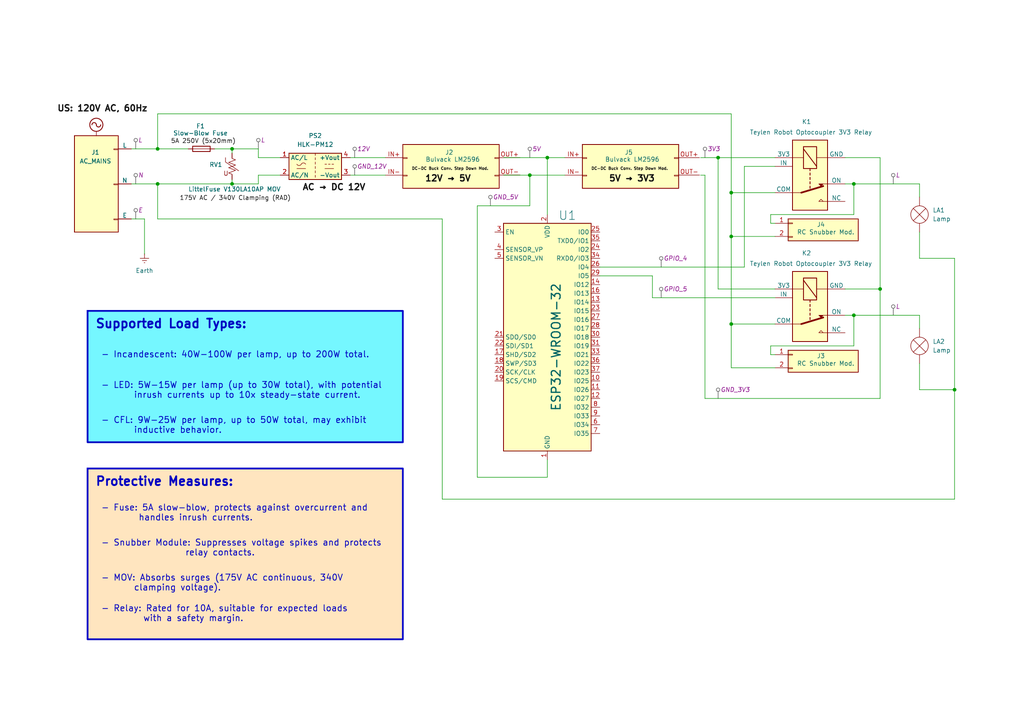
<source format=kicad_sch>
(kicad_sch (version 20231120) (generator "eeschema") (generator_version "8.0")
  (paper "A4")
  (title_block (title "ESP32 Remote Relay Circuit") (rev "0.0"))
  (lib_symbols
    (symbol "Conn_02x02_Counter_Clockwise_1" (pin_names (offset 1.016) hide)
      (property "Reference" "J2" (at 17.018 19.304 0))
      (property "Value" "Bulvack LM2596" (at 17.78 17.018 0))
      (symbol "Conn_02x02_Counter_Clockwise_1_1_1"
        (rectangle (start -1.27 13.97) (end 0 13.716) (stroke (width 0.1524)))
        (rectangle (start -1.27 19.05) (end 0 18.796) (stroke (width 0.1524)))
        (rectangle (start -1.27 22.86) (end 26.67 10.16) (stroke (width 0.254)) (fill (type background)))
        (rectangle (start 25.4 13.97) (end 26.67 13.716) (stroke (width 0.1524)))
        (rectangle (start 25.4 19.05) (end 26.67 18.796) (stroke (width 0.1524)))
        (pin power_in line (at -6.35 19.05 0) (length 5) (name "Pin_1") (number "IN+"))
        (pin power_in line (at -6.35 13.97 0) (length 5) (name "Pin_2") (number "IN-"))
        (pin power_out line (at 32.7232 19.0363 180) (length 6) (name "Pin_4") (number "OUT+"))
        (pin power_out line (at 32.7329 13.9917 180) (length 6) (name "Pin_3") (number "OUT-"))
      )
    )
    (symbol "Connector_Generic:Conn_01x02" (pin_names (offset 1.016) hide)
      (property "Reference" "J4" (at 7.0297 -0.3579 0))
      (property "Value" "RC Snubber Mod." (at 1.27 -2.54 0))
      (symbol "Conn_01x02_1_1"
        (rectangle (start -1.27 -3.81) (end 0 -4.064) (stroke (width 0.1524)))
        (rectangle (start -1.27 0.127) (end 0 -0.127) (stroke (width 0.1524)))
        (rectangle (start -1.27 1.27) (end 19.05 -5.08) (stroke (width 0.254)) (fill (type background)))
        (pin passive line (at -5.08 0 0) (length 3.81) (name "Pin_1") (number "1"))
        (pin passive line (at -5.08 -3.81 0) (length 3.81) (name "Pin_2") (number "2"))
      )
    )
    (symbol "Connector_Generic:Conn_01x03" (pin_numbers hide) (pin_names (offset 0))
      (property "Reference" "J1" (at -6.604 -1.016 0))
      (property "Value" "AC_MAINS" (at -6.604 -3.556 0))
      (symbol "Conn_01x03_1_1"
        (rectangle (start -12.7 3.81) (end 0 -24.13) (stroke (width 0.254)) (fill (type background)))
        (rectangle (start -1.27 -20.32) (end 0 -20.574) (stroke (width 0.1524)))
        (rectangle (start -1.27 -10.16) (end 0 -10.414) (stroke (width 0.1524)))
        (rectangle (start -1.27 0) (end 0 -0.254) (stroke (width 0.1524)))
        (pin power_in line (at 3.81 0 180) (length 3.81) (name "L") (number "1"))
        (pin power_in line (at 3.81 -10.16 180) (length 3.81) (name "N") (number "2"))
        (pin passive line (at 3.81 -20.32 180) (length 3.81) (name "E") (number "3"))
      )
    )
    (symbol "Converter_ACDC:HLK-PM12"
      (property "Reference" "PS" (at 0 5.08 0))
      (property "Value" "HLK-PM12" (at 0 -5.08 0))
      (symbol "HLK-PM12_0_1"
        (rectangle (start -7.62 3.81) (end 7.62 -3.81) (stroke (width 0.254)) (fill (type background)))
        (arc (start -5.334 0.635) (mid -4.699 0.2495) (end -4.064 0.635))
        (arc (start -2.794 0.635) (mid -3.429 1.0072) (end -4.064 0.635))
        (polyline (pts (xy -5.334 -0.635) (xy -2.794 -0.635)))
        (polyline (pts (xy 0 -2.54) (xy 0 -3.175)))
        (polyline (pts (xy 0 -1.27) (xy 0 -1.905)))
        (polyline (pts (xy 0 0) (xy 0 -0.635)))
        (polyline (pts (xy 0 1.27) (xy 0 0.635)))
        (polyline (pts (xy 0 2.54) (xy 0 1.905)))
        (polyline (pts (xy 0 3.81) (xy 0 3.175)))
        (polyline (pts (xy 2.794 -0.635) (xy 5.334 -0.635)))
        (polyline (pts (xy 2.794 0.635) (xy 3.302 0.635)))
        (polyline (pts (xy 3.81 0.635) (xy 4.318 0.635)))
        (polyline (pts (xy 4.826 0.635) (xy 5.334 0.635)))
      )
      (symbol "HLK-PM12_1_1"
        (pin power_in line (at -10.16 2.54 0) (length 2.54) (name "AC/L") (number "1"))
        (pin power_in line (at -10.16 -2.54 0) (length 2.54) (name "AC/N") (number "2"))
        (pin power_out line (at 10.16 -2.54 180) (length 2.54) (name "-Vout") (number "3"))
        (pin power_out line (at 10.16 2.54 180) (length 2.54) (name "+Vout") (number "4"))
      )
    )
    (symbol "Device:Fuse" (pin_numbers hide) (pin_names (offset 0))
      (property "Reference" "F" (at 2.032 0 90))
      (property "Value" "Fuse" (at -1.905 0 90))
      (symbol "Fuse_0_1"
        (rectangle (start -0.762 -2.54) (end 0.762 2.54) (stroke (width 0.254)))
        (polyline (pts (xy 0 2.54) (xy 0 -2.54)))
      )
      (symbol "Fuse_1_1"
        (pin passive line (at 0 3.81 270) (length 1.27) (name "~") (number "1"))
        (pin passive line (at 0 -3.81 90) (length 1.27) (name "~") (number "2"))
      )
    )
    (symbol "Device:Lamp" (pin_numbers hide) (pin_names (offset 0.0254) hide)
      (property "Reference" "LA" (at 0.635 3.81 0))
      (property "Value" "Lamp" (at 0.635 -3.81 0))
      (symbol "Lamp_0_1"
        (polyline (pts (xy -1.778 1.778) (xy 1.778 -1.778)))
        (polyline (pts (xy 1.778 1.778) (xy -1.778 -1.778)))
        (circle (center 0 0) (radius 2.54))
      )
      (symbol "Lamp_1_1"
        (pin passive line (at 0 -5.08 90) (length 2.54) (name "-") (number "1"))
        (pin passive line (at 0 5.08 270) (length 2.54) (name "+") (number "2"))
      )
    )
    (symbol "Device:Varistor_US" (pin_numbers hide) (pin_names (offset 0))
      (property "Reference" "RV" (at 3.175 0 90))
      (property "Value" "Varistor_US" (at -3.175 0 90))
      (symbol "Varistor_US_0_0"
        (text "U" (at -1.778 -2.032 0) (effects (font (size 1.27 1.27))))
      )
      (symbol "Varistor_US_0_1"
        (polyline (pts (xy 0 -2.286) (xy 0 -2.54)))
        (polyline (pts (xy 0 2.286) (xy 0 2.54)))
        (polyline (pts (xy -1.905 2.54) (xy -1.905 1.27) (xy 1.905 -1.27)))
        (polyline (pts (xy 0 -0.762) (xy 1.016 -1.143) (xy 0 -1.524) (xy -1.016 -1.905) (xy 0 -2.286)))
        (polyline (pts (xy 0 0.762) (xy 1.016 0.381) (xy 0 0) (xy -1.016 -0.381) (xy 0 -0.762)))
        (polyline (pts (xy 0 2.286) (xy 1.016 1.905) (xy 0 1.524) (xy -1.016 1.143) (xy 0 0.762)))
      )
      (symbol "Varistor_US_1_1"
        (pin passive line (at 0 3.81 270) (length 1.27) (name "~") (number "1"))
        (pin passive line (at 0 -3.81 90) (length 1.27) (name "~") (number "2"))
      )
    )
    (symbol "RF_Module:ESP32-WROOM-32"
      (property "Reference" "U" (at -12.7 34.29 0))
      (property "Value" "ESP32-WROOM-32" (at 1.27 34.29 0))
      (symbol "ESP32-WROOM-32_0_1"
        (rectangle (start -12.7 33.02) (end 12.7 -33.02) (stroke (width 0.254)) (fill (type background)))
      )
      (symbol "ESP32-WROOM-32_1_1"
        (pin power_in line (at 0 -35.56 90) (length 2.54) (name "GND") (number "1"))
        (pin bidirectional line (at 15.24 -12.7 180) (length 2.54) (name "IO25") (number "10"))
        (pin bidirectional line (at 15.24 -15.24 180) (length 2.54) (name "IO26") (number "11"))
        (pin bidirectional line (at 15.24 -17.78 180) (length 2.54) (name "IO27") (number "12"))
        (pin bidirectional line (at 15.24 10.16 180) (length 2.54) (name "IO14") (number "13"))
        (pin bidirectional line (at 15.24 15.24 180) (length 2.54) (name "IO12") (number "14"))
        (pin passive line (at 0 -35.56 90) (length 2.54) hide (name "GND") (number "15"))
        (pin bidirectional line (at 15.24 12.7 180) (length 2.54) (name "IO13") (number "16"))
        (pin bidirectional line (at -15.24 -5.08 0) (length 2.54) (name "SHD/SD2") (number "17"))
        (pin bidirectional line (at -15.24 -7.62 0) (length 2.54) (name "SWP/SD3") (number "18"))
        (pin bidirectional line (at -15.24 -12.7 0) (length 2.54) (name "SCS/CMD") (number "19"))
        (pin power_in line (at 0 35.56 270) (length 2.54) (name "VDD") (number "2"))
        (pin bidirectional line (at -15.24 -10.16 0) (length 2.54) (name "SCK/CLK") (number "20"))
        (pin bidirectional line (at -15.24 0 0) (length 2.54) (name "SDO/SD0") (number "21"))
        (pin bidirectional line (at -15.24 -2.54 0) (length 2.54) (name "SDI/SD1") (number "22"))
        (pin bidirectional line (at 15.24 7.62 180) (length 2.54) (name "IO15") (number "23"))
        (pin bidirectional line (at 15.24 25.4 180) (length 2.54) (name "IO2") (number "24"))
        (pin bidirectional line (at 15.24 30.48 180) (length 2.54) (name "IO0") (number "25"))
        (pin bidirectional line (at 15.24 20.32 180) (length 2.54) (name "IO4") (number "26"))
        (pin bidirectional line (at 15.24 5.08 180) (length 2.54) (name "IO16") (number "27"))
        (pin bidirectional line (at 15.24 2.54 180) (length 2.54) (name "IO17") (number "28"))
        (pin bidirectional line (at 15.24 17.78 180) (length 2.54) (name "IO5") (number "29"))
        (pin input line (at -15.24 30.48 0) (length 2.54) (name "EN") (number "3"))
        (pin bidirectional line (at 15.24 0 180) (length 2.54) (name "IO18") (number "30"))
        (pin bidirectional line (at 15.24 -2.54 180) (length 2.54) (name "IO19") (number "31"))
        (pin no_connect line (at -12.7 -27.94 0) (length 2.54) hide (name "NC") (number "32"))
        (pin bidirectional line (at 15.24 -5.08 180) (length 2.54) (name "IO21") (number "33"))
        (pin bidirectional line (at 15.24 22.86 180) (length 2.54) (name "RXD0/IO3") (number "34"))
        (pin bidirectional line (at 15.24 27.94 180) (length 2.54) (name "TXD0/IO1") (number "35"))
        (pin bidirectional line (at 15.24 -7.62 180) (length 2.54) (name "IO22") (number "36"))
        (pin bidirectional line (at 15.24 -10.16 180) (length 2.54) (name "IO23") (number "37"))
        (pin passive line (at 0 -35.56 90) (length 2.54) hide (name "GND") (number "38"))
        (pin passive line (at 0 -35.56 90) (length 2.54) hide (name "GND") (number "39"))
        (pin input line (at -15.24 25.4 0) (length 2.54) (name "SENSOR_VP") (number "4"))
        (pin input line (at -15.24 22.86 0) (length 2.54) (name "SENSOR_VN") (number "5"))
        (pin input line (at 15.24 -25.4 180) (length 2.54) (name "IO34") (number "6"))
        (pin input line (at 15.24 -27.94 180) (length 2.54) (name "IO35") (number "7"))
        (pin bidirectional line (at 15.24 -20.32 180) (length 2.54) (name "IO32") (number "8"))
        (pin bidirectional line (at 15.24 -22.86 180) (length 2.54) (name "IO33") (number "9"))
      )
    )
    (symbol "Relay:SILxx-1Cxx-51x" (pin_numbers hide) (pin_names (offset 0))
      (property "Reference" "K1" (at 2.54 -11.43 0))
      (property "Value" "Teylen Robot Optocoupler 3V3 Relay" (at 2.286 15.494 0))
      (symbol "SILxx-1Cxx-51x_0_0"
        (polyline (pts (xy 7.62 -3.81) (xy 5.08 -3.81) (xy 5.715 -3.175) (xy 6.35 -3.81)))
      )
      (symbol "SILxx-1Cxx-51x_0_1"
        (polyline (pts (xy -2.54 8.89) (xy 0.635 8.89)))
        (polyline (pts (xy 0 -1.27) (xy -2.54 -1.27)))
        (polyline (pts (xy 0 -1.27) (xy 6.35 0.635)) (stroke (width 0.508)))
        (polyline (pts (xy 0.635 11.43) (xy 4.445 6.35)) (stroke (width 0.254)))
        (polyline (pts (xy 2.54 0.635) (xy 2.54 0)) (stroke (width 0.254)))
        (polyline (pts (xy 2.54 1.905) (xy 2.54 1.27)) (stroke (width 0.254)))
        (polyline (pts (xy 2.54 3.175) (xy 2.54 2.54)) (stroke (width 0.254)))
        (polyline (pts (xy 2.54 4.445) (xy 2.54 3.81)) (stroke (width 0.254)))
        (polyline (pts (xy 2.54 5.715) (xy 2.54 5.08)) (stroke (width 0.254)))
        (polyline (pts (xy 7.62 8.89) (xy 4.445 8.89)))
        (polyline (pts (xy 7.62 1.27) (xy 5.08 1.27) (xy 5.715 0.635) (xy 6.35 1.27)) (fill (type outline)))
        (rectangle (start 4.445 12.065) (end 0.635 5.715) (stroke (width 0.254)))
        (rectangle (start 7.62 13.97) (end -2.54 -6.35) (stroke (width 0.254)) (fill (type background)))
      )
      (symbol "SILxx-1Cxx-51x_1_0"
        (pin input line (at -7.62 6.35 0) (length 5) (name "IN") (number "4"))
      )
      (symbol "SILxx-1Cxx-51x_1_1"
        (pin power_out line (at 12.7 -3.81 180) (length 5) (name "NC") (number "1"))
        (pin power_out line (at 12.7 1.27 180) (length 5) (name "ON") (number "2"))
        (pin power_in line (at -7.62 8.89 0) (length 5) (name "3V3") (number "3"))
        (pin power_out line (at 12.7 8.89 180) (length 5) (name "GND") (number "5"))
        (pin power_in line (at -7.62 -1.27 0) (length 5) (name "COM") (number "7"))
      )
    )
    (symbol "power:AC" (power) (pin_numbers hide) (pin_names (offset 0) hide)
      (property "Value" "AC" (at 0 6.35 0))
      (symbol "AC_0_1"
        (polyline (pts (xy 0 0) (xy 0 1.27)))
        (arc (start 0 3.175) (mid -0.635 3.8073) (end -1.27 3.175) (stroke (width 0.254)))
        (arc (start 0 3.175) (mid 0.635 2.5427) (end 1.27 3.175) (stroke (width 0.254)))
        (circle (center 0 3.175) (radius 1.905) (stroke (width 0.254)))
      )
      (symbol "AC_1_1"
        (pin power_in line (at 0 0 90) (length 0) (name "~") (number "1"))
      )
    )
    (symbol "power:Earth" (power) (pin_numbers hide) (pin_names (offset 0) hide)
      (property "Value" "Earth" (at 0 -3.81 0))
      (symbol "Earth_0_1"
        (polyline (pts (xy -0.635 -1.905) (xy 0.635 -1.905)))
        (polyline (pts (xy -0.127 -2.54) (xy 0.127 -2.54)))
        (polyline (pts (xy 0 -1.27) (xy 0 0)))
        (polyline (pts (xy 1.27 -1.27) (xy -1.27 -1.27)))
      )
      (symbol "Earth_1_1"
        (pin power_in line (at 0 0 270) (length 0) (name "~") (number "1"))
      )
    )
  )
  (junction (at 208.28 45.72))
  (junction (at 212.09 55.88))
  (junction (at 212.09 93.98))
  (junction (at 212.09 68.58))
  (junction (at 45.72 53.34))
  (junction (at 67.31 43.18))
  (junction (at 45.72 43.18))
  (junction (at 247.65 53.34))
  (junction (at 247.65 91.44))
  (junction (at 153.67 50.8))
  (junction (at 67.31 53.34))
  (junction (at 255.27 83.82))
  (junction (at 276.86 113.03))
  (junction (at 158.75 45.72))
  (wire (pts (xy 128.27 63.5) (xy 45.72 63.5)))
  (wire (pts (xy 45.72 53.34) (xy 67.31 53.34)))
  (wire (pts (xy 67.31 43.18) (xy 67.31 44.45)))
  (wire (pts (xy 223.52 62.23) (xy 223.52 64.77)))
  (wire (pts (xy 266.7 91.44) (xy 266.7 95.25)))
  (wire (pts (xy 74.93 45.72) (xy 81.28 45.72)))
  (wire (pts (xy 247.65 53.34) (xy 247.65 62.23)))
  (wire (pts (xy 212.09 93.98) (xy 224.79 93.98)))
  (wire (pts (xy 153.67 50.8) (xy 163.83 50.8)))
  (wire (pts (xy 45.72 43.18) (xy 54.61 43.18)))
  (wire (pts (xy 62.23 43.18) (xy 67.31 43.18)))
  (wire (pts (xy 74.93 45.72) (xy 74.93 43.18)))
  (wire (pts (xy 247.65 91.44) (xy 247.65 100.33)))
  (wire (pts (xy 266.7 113.03) (xy 266.7 105.41)))
  (wire (pts (xy 212.09 68.58) (xy 212.09 93.98)))
  (wire (pts (xy 223.52 102.87) (xy 224.79 102.87)))
  (wire (pts (xy 223.52 100.33) (xy 223.52 102.87)))
  (wire (pts (xy 245.11 45.72) (xy 255.27 45.72)))
  (wire (pts (xy 224.79 106.68) (xy 212.09 106.68)))
  (wire (pts (xy 247.65 53.34) (xy 266.7 53.34)))
  (wire (pts (xy 45.72 63.5) (xy 45.72 53.34)))
  (wire (pts (xy 276.86 74.93) (xy 276.86 113.03)))
  (wire (pts (xy 101.6 45.72) (xy 111.76 45.72)))
  (wire (pts (xy 74.93 50.8) (xy 74.93 53.34)))
  (wire (pts (xy 224.79 83.82) (xy 208.28 83.82)))
  (wire (pts (xy 158.75 133.35) (xy 158.75 138.43)))
  (wire (pts (xy 212.09 55.88) (xy 224.79 55.88)))
  (wire (pts (xy 223.52 62.23) (xy 247.65 62.23)))
  (wire (pts (xy 245.11 91.44) (xy 247.65 91.44)))
  (wire (pts (xy 208.28 83.82) (xy 208.28 45.72)))
  (wire (pts (xy 204.47 115.57) (xy 255.27 115.57)))
  (wire (pts (xy 276.86 113.03) (xy 276.86 144.78)))
  (wire (pts (xy 203.2 50.8) (xy 204.47 50.8)))
  (wire (pts (xy 212.09 68.58) (xy 224.79 68.58)))
  (wire (pts (xy 212.09 55.88) (xy 212.09 68.58)))
  (wire (pts (xy 38.1 53.34) (xy 45.72 53.34)))
  (wire (pts (xy 67.31 53.34) (xy 74.93 53.34)))
  (wire (pts (xy 215.9 48.26) (xy 224.79 48.26)))
  (wire (pts (xy 138.43 59.69) (xy 153.67 59.69)))
  (wire (pts (xy 146.05 50.8) (xy 153.67 50.8)))
  (wire (pts (xy 189.23 80.01) (xy 173.99 80.01)))
  (wire (pts (xy 189.23 86.36) (xy 189.23 80.01)))
  (wire (pts (xy 74.93 50.8) (xy 81.28 50.8)))
  (wire (pts (xy 67.31 43.18) (xy 74.93 43.18)))
  (wire (pts (xy 247.65 91.44) (xy 266.7 91.44)))
  (wire (pts (xy 215.9 77.47) (xy 215.9 48.26)))
  (wire (pts (xy 266.7 113.03) (xy 276.86 113.03)))
  (wire (pts (xy 245.11 53.34) (xy 247.65 53.34)))
  (wire (pts (xy 266.7 53.34) (xy 266.7 57.15)))
  (wire (pts (xy 245.11 83.82) (xy 255.27 83.82)))
  (wire (pts (xy 67.31 52.07) (xy 67.31 53.34)))
  (wire (pts (xy 204.47 50.8) (xy 204.47 115.57)))
  (wire (pts (xy 38.1 43.18) (xy 45.72 43.18)))
  (wire (pts (xy 276.86 74.93) (xy 266.7 74.93)))
  (wire (pts (xy 208.28 45.72) (xy 224.79 45.72)))
  (wire (pts (xy 255.27 83.82) (xy 255.27 45.72)))
  (wire (pts (xy 255.27 115.57) (xy 255.27 83.82)))
  (wire (pts (xy 266.7 74.93) (xy 266.7 67.31)))
  (wire (pts (xy 128.27 144.78) (xy 276.86 144.78)))
  (wire (pts (xy 212.09 33.02) (xy 212.09 55.88)))
  (wire (pts (xy 128.27 63.5) (xy 128.27 144.78)))
  (wire (pts (xy 224.79 86.36) (xy 189.23 86.36)))
  (wire (pts (xy 223.52 100.33) (xy 247.65 100.33)))
  (wire (pts (xy 158.75 138.43) (xy 138.43 138.43)))
  (wire (pts (xy 203.2 45.72) (xy 208.28 45.72)))
  (wire (pts (xy 101.6 50.8) (xy 111.76 50.8)))
  (wire (pts (xy 158.75 45.72) (xy 163.83 45.72)))
  (wire (pts (xy 45.72 33.02) (xy 45.72 43.18)))
  (wire (pts (xy 146.05 45.72) (xy 158.75 45.72)))
  (wire (pts (xy 38.1 63.5) (xy 41.91 63.5)))
  (wire (pts (xy 138.43 138.43) (xy 138.43 59.69)))
  (wire (pts (xy 223.52 64.77) (xy 224.79 64.77)))
  (wire (pts (xy 212.09 33.02) (xy 45.72 33.02)))
  (wire (pts (xy 153.67 59.69) (xy 153.67 50.8)))
  (wire (pts (xy 173.99 77.47) (xy 215.9 77.47)))
  (wire (pts (xy 41.91 63.5) (xy 41.91 73.66)))
  (wire (pts (xy 212.09 106.68) (xy 212.09 93.98)))
  (wire (pts (xy 158.75 45.72) (xy 158.75 62.23)))
  (text_box "- Incandescent: 40W-100W per lamp, up to 200W total." (at 27.94 100.33 0) (size 88.9 22.86) (stroke (width -0.0001)) (effects (font (size 1.778 1.778) (thickness 0.2223)) (justify left top)))
  (text_box "- Relay: Rated for 10A, suitable for expected loads \n         with a safety margin." (at 27.94 173.99 0) (size 88.9 7.62) (stroke (width -0.0001)) (effects (font (size 1.778 1.778) (thickness 0.2223)) (justify left top)))
  (text_box "- Fuse: 5A slow-blow, protects against overcurrent and \n        handles inrush currents.\n" (at 27.94 144.78 0) (size 88.9 22.86) (stroke (width -0.0001)) (effects (font (size 1.778 1.778) (thickness 0.2223)) (justify left top)))
  (text_box "Supported Load Types:" (at 25.4 90.17 0) (size 91.44 38.1) (stroke (width 0.508)) (fill (type color) (color 117 247 255 1)) (effects (font (size 2.54 2.54) (thickness 0.508) (bold yes)) (justify left top)))
  (text_box "- LED: 5W-15W per lamp (up to 30W total), with potential \n       inrush currents up to 10x steady-state current." (at 27.94 109.22 0) (size 88.9 22.86) (stroke (width -0.0001)) (effects (font (size 1.778 1.778) (thickness 0.2223)) (justify left top)))
  (text_box "- MOV: Absorbs surges (175V AC continuous, 340V \n       clamping voltage)." (at 27.94 165.1 0) (size 88.9 7.62) (stroke (width -0.0001)) (effects (font (size 1.778 1.778) (thickness 0.2223)) (justify left top)))
  (text_box "- Snubber Module: Suppresses voltage spikes and protects \n                  relay contacts.\n" (at 27.94 154.94 0) (size 88.9 22.86) (stroke (width -0.0001)) (effects (font (size 1.778 1.778) (thickness 0.2223)) (justify left top)))
  (text_box "Protective Measures:\n\n" (at 25.4 135.89 0) (size 91.44 49.53) (stroke (width 0.508)) (fill (type color) (color 255 229 191 1)) (effects (font (size 2.54 2.54) (thickness 0.508) (bold yes)) (justify left top)))
  (text_box "- CFL: 9W-25W per lamp, up to 50W total, may exhibit \n       inductive behavior." (at 27.94 119.38 0) (size 88.9 7.62) (stroke (width -0.0001)) (effects (font (size 1.778 1.778) (thickness 0.2223)) (justify left top)))
  (label "AC → DC 12V" (at 87.63 55.88 0) (effects (font (size 1.778 1.778) (thickness 0.3556) (bold yes))))
  (label "175V AC {slash} 340V Clamping (RAD)" (at 52.07 58.42 0))
  (label "US: 120V AC, 60Hz" (at 16.51 33.02 0) (effects (font (size 1.778 1.778) (thickness 0.3556) (bold yes))))
  (label "DC-DC Buck Conv. Step Down Mod." (at 119.38 49.53 0) (effects (font (size 0.8128 0.8128))))
  (label "DC-DC Buck Conv. Step Down Mod." (at 171.45 49.53 0) (effects (font (size 0.8128 0.8128))))
  (label "12V → 5V" (at 123.19 53.34 0) (effects (font (size 1.778 1.778) (thickness 0.3556) (bold yes))))
  (label "5V → 3V3" (at 176.53 53.34 0) (effects (font (size 1.778 1.778) (thickness 0.3556) (bold yes))))
  (label "5A 250V (5x20mm)" (at 49.53 41.91 0))
  (netclass_flag "" (length 2.54) (shape round) (at 204.47 45.72 0) (property "Netclass" "3V3" (at 205.1685 43.18 0) (effects (font (italic yes)) (justify left))))
  (netclass_flag "" (length 2.54) (shape round) (at 191.77 86.36 0) (property "Netclass" "GPIO_5" (at 192.4685 83.82 0) (effects (font (italic yes)) (justify left))))
  (netclass_flag "" (length 2.54) (shape round) (at 39.37 53.34 0) (property "Netclass" "N" (at 40.0685 50.8 0) (effects (font (italic yes)) (justify left))))
  (netclass_flag "" (length 2.54) (shape round) (at 259.08 91.44 0) (property "Netclass" "L" (at 259.7785 88.9 0) (effects (font (italic yes)) (justify left))))
  (netclass_flag "" (length 2.54) (shape round) (at 191.77 77.47 0) (property "Netclass" "GPIO_4" (at 192.4685 74.93 0) (effects (font (italic yes)) (justify left))))
  (netclass_flag "" (length 2.54) (shape round) (at 153.67 45.72 0) (property "Netclass" "5V" (at 154.3685 43.18 0) (effects (font (italic yes)) (justify left))))
  (netclass_flag "" (length 2.54) (shape round) (at 259.08 53.34 0) (property "Netclass" "L" (at 259.7785 50.8 0) (effects (font (italic yes)) (justify left))))
  (netclass_flag "" (length 2.54) (shape round) (at 208.28 115.57 0) (property "Netclass" "GND_3V3" (at 208.9785 113.03 0) (effects (font (italic yes)) (justify left))))
  (netclass_flag "" (length 2.54) (shape round) (at 142.24 59.69 0) (property "Netclass" "GND_5V" (at 142.9385 57.15 0) (effects (font (italic yes)) (justify left))))
  (netclass_flag "" (length 2.54) (shape round) (at 74.93 43.18 0) (property "Netclass" "L" (at 75.6285 40.64 0) (effects (font (italic yes)) (justify left))))
  (netclass_flag "" (length 2.54) (shape round) (at 39.37 63.5 0) (property "Netclass" "E" (at 40.0685 60.96 0) (effects (font (italic yes)) (justify left))))
  (netclass_flag "" (length 2.54) (shape round) (at 102.87 45.72 0) (property "Netclass" "12V" (at 103.5685 43.18 0) (effects (font (italic yes)) (justify left))))
  (netclass_flag "" (length 2.54) (shape round) (at 39.37 43.18 0) (property "Netclass" "L" (at 40.0685 40.64 0) (effects (font (italic yes)) (justify left))))
  (netclass_flag "" (length 2.54) (shape round) (at 102.87 50.8 0) (property "Netclass" "GND_12V" (at 103.5685 48.26 0) (effects (font (italic yes)) (justify left))))
  (symbol (lib_id "Relay:SILxx-1Cxx-51x") (at 232.41 92.71 0) (unit 1)
    (property "Reference" "K2" (at 233.934 73.406 0))
    (property "Value" "Teylen Robot Optocoupler 3V3 Relay" (at 235.204 76.454 0))
    (property "Footprint" "Relay_THT:Relay_SPDT_StandexMeder_SIL_Form1C" (effects (hide yes)))
    (property "Datasheet" "https://standexelectronics.com/wp-content/uploads/datasheet_reed_relay_SIL.pdf" (effects (hide yes)))
    (property "Description" "Standex Meder SIL reed relay, SPDT" (effects (hide yes)))
  )
  (symbol (lib_name "Conn_02x02_Counter_Clockwise_1") (lib_id "Connector_Generic:Conn_02x02_Counter_Clockwise") (at 170.18 64.77 0) (unit 1)
    (property "Reference" "J5" (at 182.372 44.196 0))
    (property "Value" "Bulvack LM2596" (at 183.388 46.228 0))
    (property "Description" "Generic connector, double row, 02x02, counter clockwise pin numbering scheme (similar to DIP package numbering), script generated (kicad-library-utils/schlib/autogen/connector/)" (effects (hide yes)))
  )
  (symbol (lib_id "power:Earth") (at 41.91 73.66 0) (unit 1)
    (property "Reference" "#PWR02" (effects (hide yes)))
    (property "Value" "Earth" (at 41.91 78.486 0))
    (property "Description" "Power symbol creates a global label with name \"Earth\"" (effects (hide yes)))
  )
  (symbol (lib_id "Converter_ACDC:HLK-PM12") (at 91.44 48.26 0) (unit 1)
    (property "Reference" "PS2" (at 91.44 39.37 0))
    (property "Value" "HLK-PM12" (at 91.44 41.91 0))
    (property "Footprint" "Converter_ACDC:Converter_ACDC_Hi-Link_HLK-PMxx" (effects (hide yes)))
    (property "Datasheet" "https://h.hlktech.com/download/ACDC%E7%94%B5%E6%BA%90%E6%A8%A1%E5%9D%973W%E7%B3%BB%E5%88%97/1/%E6%B5%B7%E5%87%8C%E7%A7%913W%E7%B3%BB%E5%88%97%E7%94%B5%E6%BA%90%E6%A8%A1%E5%9D%97%E8%A7%84%E6%A0%BC%E4%B9%A6V2.8.pdf" (effects (hide yes)))
    (property "Description" "Compact AC/DC board mount power module 3W 12V" (effects (hide yes)))
  )
  (symbol (lib_name "Conn_02x02_Counter_Clockwise_1") (lib_id "Connector_Generic:Conn_02x02_Counter_Clockwise") (at 118.11 64.77 0) (unit 1)
    (property "Reference" "J2" (at 130.302 44.196 0))
    (property "Value" "Bulvack LM2596" (at 131.318 46.228 0))
    (property "Description" "Generic connector, double row, 02x02, counter clockwise pin numbering scheme (similar to DIP package numbering), script generated (kicad-library-utils/schlib/autogen/connector/)" (effects (hide yes)))
  )
  (symbol (lib_id "Relay:SILxx-1Cxx-51x") (at 232.41 54.61 0) (unit 1)
    (property "Reference" "K1" (at 233.934 35.306 0))
    (property "Value" "Teylen Robot Optocoupler 3V3 Relay" (at 235.204 38.354 0))
    (property "Footprint" "Relay_THT:Relay_SPDT_StandexMeder_SIL_Form1C" (effects (hide yes)))
    (property "Datasheet" "https://standexelectronics.com/wp-content/uploads/datasheet_reed_relay_SIL.pdf" (effects (hide yes)))
    (property "Description" "Standex Meder SIL reed relay, SPDT" (effects (hide yes)))
  )
  (symbol (lib_id "Device:Fuse") (at 58.42 43.18 90) (unit 1)
    (property "Reference" "F1" (at 58.166 36.576 90))
    (property "Value" "Slow-Blow Fuse" (at 58.166 38.608 90))
    (property "Description" "Fuse" (effects (hide yes)))
  )
  (symbol (lib_id "Connector_Generic:Conn_01x03") (at 34.29 43.18 0) (unit 1)
    (property "Reference" "J1" (at 27.686 44.196 0))
    (property "Value" "AC_MAINS" (at 27.686 46.736 0))
    (property "Description" "Generic connector, single row, 01x03, script generated (kicad-library-utils/schlib/autogen/connector/)" (effects (hide yes)))
  )
  (symbol (lib_id "Connector_Generic:Conn_01x02") (at 229.87 64.77 0) (unit 1)
    (property "Reference" "J4" (at 236.8997 65.1279 0) (effects (justify left)))
    (property "Value" "RC Snubber Mod." (at 231.14 67.31 0) (effects (justify left)))
    (property "Description" "Generic connector, single row, 01x02, script generated (kicad-library-utils/schlib/autogen/connector/)" (effects (hide yes)))
  )
  (symbol (lib_id "Device:Varistor_US") (at 67.31 48.26 0) (unit 1)
    (property "Reference" "RV1" (at 60.706 47.752 0) (effects (justify left)))
    (property "Value" "LittelFuse V130LA10AP MOV" (at 54.61 54.864 0) (effects (justify left)))
    (property "Description" "Voltage dependent resistor, US symbol" (effects (hide yes)))
    (property "Sim.Name" "kicad_builtin_varistor" (effects (hide yes)))
    (property "Sim.Device" "SUBCKT" (effects (hide yes)))
    (property "Sim.Pins" "1=A 2=B" (effects (hide yes)))
    (property "Sim.Params" "threshold=1k" (effects (hide yes)))
    (property "Sim.Library" "${KICAD7_SYMBOL_DIR}/Simulation_SPICE.sp" (effects (hide yes)))
  )
  (symbol (lib_id "Device:Lamp") (at 266.7 100.33 0) (unit 1)
    (property "Reference" "LA2" (at 270.51 99.0599 0) (effects (justify left)))
    (property "Value" "Lamp" (at 270.51 101.5999 0) (effects (justify left)))
    (property "Description" "Lamp" (effects (hide yes)))
  )
  (symbol (lib_id "Connector_Generic:Conn_01x02") (at 229.87 102.87 0) (unit 1)
    (property "Reference" "J3" (at 236.8997 103.2279 0) (effects (justify left)))
    (property "Value" "RC Snubber Mod." (at 231.14 105.41 0) (effects (justify left)))
    (property "Description" "Generic connector, single row, 01x02, script generated (kicad-library-utils/schlib/autogen/connector/)" (effects (hide yes)))
  )
  (symbol (lib_id "RF_Module:ESP32-WROOM-32") (at 158.75 97.79 0) (unit 1)
    (property "Reference" "U1" (at 162.052 62.484 0) (effects (font (size 2.54 2.54) (thickness 0.1588)) (justify left)))
    (property "Value" "ESP32-WROOM-32" (at 161.29 119.38 90) (effects (font (size 2.54 2.54) (thickness 0.3556) (bold yes)) (justify left)))
    (property "Footprint" "RF_Module:ESP32-WROOM-32" (effects (hide yes)))
    (property "Datasheet" "https://www.espressif.com/sites/default/files/documentation/esp32-wroom-32_datasheet_en.pdf" (effects (hide yes)))
    (property "Description" "RF Module, ESP32-D0WDQ6 SoC, Wi-Fi 802.11b/g/n, Bluetooth, BLE, 32-bit, 2.7-3.6V, onboard antenna, SMD" (effects (hide yes)))
  )
  (symbol (lib_id "Device:Lamp") (at 266.7 62.23 0) (unit 1)
    (property "Reference" "LA1" (at 270.51 60.9599 0) (effects (justify left)))
    (property "Value" "Lamp" (at 270.51 63.4999 0) (effects (justify left)))
    (property "Description" "Lamp" (effects (hide yes)))
  )
  (symbol (lib_id "power:AC") (at 27.94 39.37 0) (unit 1)
    (property "Reference" "#PWR01" (effects (hide yes)))
    (property "Value" "AC" (effects (hide yes)))
    (property "Description" "Power symbol creates a global label with name \"AC\"" (effects (hide yes)))
  )
)
</source>
